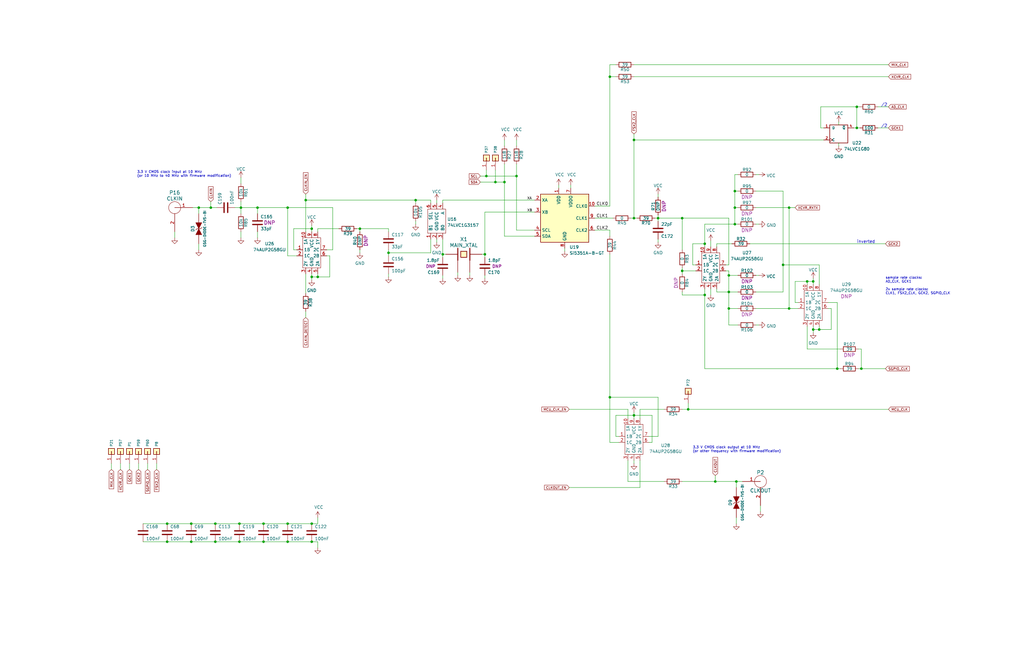
<source format=kicad_sch>
(kicad_sch (version 20211123) (generator eeschema)
  (paper "USLedger")
  (title_block (title "HackRF One") (date "2022-10-30") (rev "r9") (company "Copyright 2012-2022 Great Scott Gadgets") (comment 1 "Licensed under the CERN-OHL-P v2"))
  (junction (at 257.175 167.64))
  (junction (at 332.74 87.63))
  (junction (at 340.36 118.745))
  (junction (at 342.9 139.065))
  (junction (at 361.315 53.975))
  (junction (at 212.725 76.835))
  (junction (at 345.44 139.065))
  (junction (at 307.34 123.19))
  (junction (at 361.315 45.085))
  (junction (at 70.485 220.98))
  (junction (at 332.74 130.175))
  (junction (at 121.285 87.63))
  (junction (at 100.965 228.6))
  (junction (at 70.485 228.6))
  (junction (at 208.915 76.835))
  (junction (at 217.805 74.295))
  (junction (at 121.285 220.98))
  (junction (at 163.83 106.68))
  (junction (at 297.18 102.87))
  (junction (at 80.645 220.98))
  (junction (at 342.9 118.745))
  (junction (at 83.82 87.63))
  (junction (at 131.445 220.98))
  (junction (at 301.625 203.2))
  (junction (at 204.47 107.315))
  (junction (at 88.9 87.63))
  (junction (at 309.88 87.63))
  (junction (at 287.655 114.3))
  (junction (at 307.34 116.205))
  (junction (at 111.125 228.6))
  (junction (at 297.18 124.46))
  (junction (at 363.22 155.575))
  (junction (at 80.645 228.6))
  (junction (at 309.88 94.615))
  (junction (at 267.335 175.26))
  (junction (at 309.88 80.645))
  (junction (at 90.805 228.6))
  (junction (at 131.445 228.6))
  (junction (at 131.445 116.84))
  (junction (at 111.125 220.98))
  (junction (at 128.905 84.455))
  (junction (at 267.335 92.075))
  (junction (at 175.26 84.455))
  (junction (at 353.06 155.575))
  (junction (at 101.6 87.63))
  (junction (at 310.515 203.2))
  (junction (at 205.105 74.295))
  (junction (at 330.2 111.76))
  (junction (at 151.765 96.52))
  (junction (at 287.655 92.075))
  (junction (at 186.69 107.315))
  (junction (at 267.335 59.055))
  (junction (at 277.495 92.075))
  (junction (at 90.805 220.98))
  (junction (at 131.445 96.52))
  (junction (at 307.34 130.175))
  (junction (at 108.585 87.63))
  (junction (at 133.985 116.84))
  (junction (at 257.175 32.385))
  (junction (at 100.965 220.98))
  (junction (at 290.195 172.72))
  (junction (at 121.285 228.6))
  (wire (pts (xy 353.695 60.325) (xy 353.695 61.595)))
  (wire (pts (xy 163.83 116.84) (xy 163.83 115.57)))
  (wire (pts (xy 340.36 137.795) (xy 340.36 147.32)))
  (wire (pts (xy 274.955 175.26) (xy 267.335 175.26)))
  (wire (pts (xy 186.69 100.965) (xy 186.69 107.315)))
  (wire (pts (xy 342.9 137.795) (xy 342.9 139.065)))
  (wire (pts (xy 212.725 99.695) (xy 225.425 99.695)))
  (wire (pts (xy 335.28 118.745) (xy 335.28 127.635)))
  (wire (pts (xy 332.74 87.63) (xy 335.28 87.63)))
  (wire (pts (xy 274.955 186.69) (xy 274.955 175.26)))
  (wire (pts (xy 217.805 59.055) (xy 217.805 61.595)))
  (wire (pts (xy 202.565 74.295) (xy 205.105 74.295)))
  (wire (pts (xy 70.485 220.98) (xy 60.325 220.98)))
  (wire (pts (xy 302.26 102.87) (xy 308.61 102.87)))
  (wire (pts (xy 257.175 97.155) (xy 257.175 99.695)))
  (wire (pts (xy 259.715 184.15) (xy 260.985 184.15)))
  (wire (pts (xy 353.06 127.635) (xy 353.06 155.575)))
  (wire (pts (xy 83.82 90.17) (xy 83.82 87.63)))
  (wire (pts (xy 309.88 94.615) (xy 297.18 94.615)))
  (wire (pts (xy 307.34 111.76) (xy 307.34 92.075)))
  (wire (pts (xy 264.795 194.31) (xy 264.795 203.2)))
  (wire (pts (xy 46.99 195.58) (xy 46.99 198.12)))
  (wire (pts (xy 269.875 176.53) (xy 269.875 172.72)))
  (wire (pts (xy 90.805 228.6) (xy 100.965 228.6)))
  (wire (pts (xy 111.125 228.6) (xy 121.285 228.6)))
  (wire (pts (xy 299.72 121.92) (xy 299.72 124.46)))
  (wire (pts (xy 100.965 220.98) (xy 90.805 220.98)))
  (wire (pts (xy 186.69 107.315) (xy 187.96 107.315)))
  (wire (pts (xy 293.37 114.3) (xy 287.655 114.3)))
  (wire (pts (xy 101.6 87.63) (xy 101.6 90.17)))
  (wire (pts (xy 287.655 124.46) (xy 297.18 124.46)))
  (wire (pts (xy 225.425 89.535) (xy 204.47 89.535)))
  (wire (pts (xy 336.55 130.175) (xy 332.74 130.175)))
  (wire (pts (xy 250.825 97.155) (xy 257.175 97.155)))
  (wire (pts (xy 290.195 170.18) (xy 290.195 172.72)))
  (wire (pts (xy 131.445 96.52) (xy 131.445 95.25)))
  (wire (pts (xy 309.88 87.63) (xy 309.88 94.615)))
  (wire (pts (xy 335.28 127.635) (xy 336.55 127.635)))
  (wire (pts (xy 307.34 116.205) (xy 307.34 114.3)))
  (wire (pts (xy 250.825 86.995) (xy 257.175 86.995)))
  (wire (pts (xy 311.15 94.615) (xy 309.88 94.615)))
  (wire (pts (xy 297.18 94.615) (xy 297.18 102.87)))
  (wire (pts (xy 307.34 137.16) (xy 307.34 130.175)))
  (wire (pts (xy 287.655 115.57) (xy 287.655 114.3)))
  (wire (pts (xy 121.285 220.98) (xy 131.445 220.98)))
  (wire (pts (xy 267.335 92.075) (xy 268.605 92.075)))
  (wire (pts (xy 301.625 200.66) (xy 301.625 203.2)))
  (wire (pts (xy 131.445 116.84) (xy 133.985 116.84)))
  (wire (pts (xy 73.66 97.79) (xy 73.66 100.33)))
  (wire (pts (xy 203.2 107.315) (xy 204.47 107.315)))
  (wire (pts (xy 307.34 123.19) (xy 307.34 130.175)))
  (wire (pts (xy 131.445 118.11) (xy 131.445 116.84)))
  (wire (pts (xy 311.15 73.66) (xy 309.88 73.66)))
  (wire (pts (xy 370.205 45.085) (xy 374.65 45.085)))
  (wire (pts (xy 137.795 105.41) (xy 140.335 105.41)))
  (wire (pts (xy 238.125 104.775) (xy 238.125 106.045)))
  (wire (pts (xy 277.495 100.965) (xy 277.495 102.235)))
  (wire (pts (xy 346.075 53.975) (xy 347.345 53.975)))
  (wire (pts (xy 287.655 92.075) (xy 277.495 92.075)))
  (wire (pts (xy 151.765 96.52) (xy 151.765 97.79)))
  (wire (pts (xy 202.565 76.835) (xy 208.915 76.835)))
  (wire (pts (xy 318.77 130.175) (xy 332.74 130.175)))
  (wire (pts (xy 277.495 92.075) (xy 277.495 93.345)))
  (wire (pts (xy 318.77 73.66) (xy 320.04 73.66)))
  (wire (pts (xy 121.285 228.6) (xy 131.445 228.6)))
  (wire (pts (xy 277.495 167.64) (xy 277.495 184.15)))
  (wire (pts (xy 139.065 116.84) (xy 139.065 107.95)))
  (wire (pts (xy 307.34 92.075) (xy 287.655 92.075)))
  (wire (pts (xy 302.26 104.14) (xy 302.26 102.87)))
  (wire (pts (xy 240.03 205.74) (xy 269.875 205.74)))
  (wire (pts (xy 217.805 69.215) (xy 217.805 74.295)))
  (wire (pts (xy 302.26 123.19) (xy 307.34 123.19)))
  (wire (pts (xy 257.175 32.385) (xy 257.175 86.995)))
  (wire (pts (xy 99.06 87.63) (xy 101.6 87.63)))
  (wire (pts (xy 151.765 105.41) (xy 151.765 106.68)))
  (wire (pts (xy 307.34 114.3) (xy 306.07 114.3)))
  (wire (pts (xy 88.9 87.63) (xy 88.9 85.09)))
  (wire (pts (xy 125.095 107.95) (xy 121.285 107.95)))
  (wire (pts (xy 163.83 105.41) (xy 163.83 106.68)))
  (wire (pts (xy 267.335 92.075) (xy 267.335 59.055)))
  (wire (pts (xy 345.44 111.76) (xy 330.2 111.76)))
  (wire (pts (xy 140.335 87.63) (xy 121.285 87.63)))
  (wire (pts (xy 128.905 84.455) (xy 128.905 97.79)))
  (wire (pts (xy 269.875 194.31) (xy 269.875 205.74)))
  (wire (pts (xy 123.825 105.41) (xy 125.095 105.41)))
  (wire (pts (xy 330.2 123.19) (xy 318.77 123.19)))
  (wire (pts (xy 133.985 228.6) (xy 133.985 231.14)))
  (wire (pts (xy 91.44 87.63) (xy 88.9 87.63)))
  (wire (pts (xy 163.83 106.68) (xy 181.61 106.68)))
  (wire (pts (xy 287.655 203.2) (xy 301.625 203.2)))
  (wire (pts (xy 217.805 97.155) (xy 225.425 97.155)))
  (wire (pts (xy 361.315 53.975) (xy 362.585 53.975)))
  (wire (pts (xy 133.985 97.79) (xy 133.985 96.52)))
  (wire (pts (xy 287.655 105.41) (xy 287.655 92.075)))
  (wire (pts (xy 131.445 220.98) (xy 133.985 220.98)))
  (wire (pts (xy 267.335 175.26) (xy 267.335 173.99)))
  (wire (pts (xy 309.88 73.66) (xy 309.88 80.645)))
  (wire (pts (xy 133.985 116.84) (xy 139.065 116.84)))
  (wire (pts (xy 133.985 96.52) (xy 142.875 96.52)))
  (wire (pts (xy 349.25 127.635) (xy 353.06 127.635)))
  (wire (pts (xy 307.34 116.205) (xy 311.15 116.205)))
  (wire (pts (xy 267.335 176.53) (xy 267.335 175.26)))
  (wire (pts (xy 309.88 80.645) (xy 311.15 80.645)))
  (wire (pts (xy 276.225 92.075) (xy 277.495 92.075)))
  (wire (pts (xy 123.825 96.52) (xy 123.825 105.41)))
  (wire (pts (xy 342.9 120.015) (xy 342.9 118.745)))
  (wire (pts (xy 184.15 85.725) (xy 184.15 84.455)))
  (wire (pts (xy 297.18 102.87) (xy 297.18 104.14)))
  (wire (pts (xy 370.205 53.975) (xy 374.65 53.975)))
  (wire (pts (xy 90.805 220.98) (xy 80.645 220.98)))
  (wire (pts (xy 58.42 195.58) (xy 58.42 198.12)))
  (wire (pts (xy 302.26 121.92) (xy 302.26 123.19)))
  (wire (pts (xy 257.175 186.69) (xy 257.175 167.64)))
  (wire (pts (xy 184.15 100.965) (xy 184.15 102.235)))
  (wire (pts (xy 277.495 184.15) (xy 273.685 184.15)))
  (wire (pts (xy 292.1 111.76) (xy 293.37 111.76)))
  (wire (pts (xy 287.655 172.72) (xy 290.195 172.72)))
  (wire (pts (xy 267.335 32.385) (xy 374.65 32.385)))
  (wire (pts (xy 311.15 137.16) (xy 307.34 137.16)))
  (wire (pts (xy 292.1 102.87) (xy 292.1 111.76)))
  (wire (pts (xy 260.985 186.69) (xy 257.175 186.69)))
  (wire (pts (xy 80.645 228.6) (xy 90.805 228.6)))
  (wire (pts (xy 193.04 116.205) (xy 193.04 114.935)))
  (wire (pts (xy 267.335 56.515) (xy 267.335 59.055)))
  (wire (pts (xy 273.685 186.69) (xy 274.955 186.69)))
  (wire (pts (xy 151.765 96.52) (xy 163.83 96.52)))
  (wire (pts (xy 66.04 195.58) (xy 66.04 198.12)))
  (wire (pts (xy 257.175 27.305) (xy 259.715 27.305)))
  (wire (pts (xy 307.34 123.19) (xy 311.15 123.19)))
  (wire (pts (xy 267.335 175.26) (xy 259.715 175.26)))
  (wire (pts (xy 345.44 120.015) (xy 345.44 111.76)))
  (wire (pts (xy 101.6 97.79) (xy 101.6 100.33)))
  (wire (pts (xy 340.36 118.745) (xy 340.36 120.015)))
  (wire (pts (xy 80.645 220.98) (xy 70.485 220.98)))
  (wire (pts (xy 100.965 220.98) (xy 111.125 220.98)))
  (wire (pts (xy 311.15 130.175) (xy 307.34 130.175)))
  (wire (pts (xy 204.47 89.535) (xy 204.47 107.315)))
  (wire (pts (xy 363.22 155.575) (xy 373.38 155.575)))
  (wire (pts (xy 101.6 87.63) (xy 108.585 87.63)))
  (wire (pts (xy 181.61 106.68) (xy 181.61 100.965)))
  (wire (pts (xy 133.985 115.57) (xy 133.985 116.84)))
  (wire (pts (xy 361.95 155.575) (xy 363.22 155.575)))
  (wire (pts (xy 277.495 83.185) (xy 277.495 81.915)))
  (wire (pts (xy 267.335 27.305) (xy 374.65 27.305)))
  (wire (pts (xy 330.2 80.645) (xy 318.77 80.645)))
  (wire (pts (xy 330.2 111.76) (xy 330.2 123.19)))
  (wire (pts (xy 111.125 220.98) (xy 121.285 220.98)))
  (wire (pts (xy 208.915 71.755) (xy 208.915 76.835)))
  (wire (pts (xy 250.825 92.075) (xy 258.445 92.075)))
  (wire (pts (xy 257.175 27.305) (xy 257.175 32.385)))
  (wire (pts (xy 205.105 74.295) (xy 217.805 74.295)))
  (wire (pts (xy 101.6 85.09) (xy 101.6 87.63)))
  (wire (pts (xy 131.445 228.6) (xy 133.985 228.6)))
  (wire (pts (xy 310.515 205.74) (xy 310.515 203.2)))
  (wire (pts (xy 128.905 115.57) (xy 128.905 123.825)))
  (wire (pts (xy 361.315 53.975) (xy 360.045 53.975)))
  (wire (pts (xy 257.175 107.315) (xy 257.175 167.64)))
  (wire (pts (xy 235.585 79.375) (xy 235.585 78.105)))
  (wire (pts (xy 342.9 118.745) (xy 340.36 118.745)))
  (wire (pts (xy 345.44 139.065) (xy 350.52 139.065)))
  (wire (pts (xy 361.315 45.085) (xy 362.585 45.085)))
  (wire (pts (xy 310.515 220.98) (xy 310.515 218.44)))
  (wire (pts (xy 175.26 94.615) (xy 175.26 93.345)))
  (wire (pts (xy 212.725 76.835) (xy 212.725 99.695)))
  (wire (pts (xy 361.95 147.32) (xy 363.22 147.32)))
  (wire (pts (xy 318.77 116.205) (xy 320.04 116.205)))
  (wire (pts (xy 297.18 155.575) (xy 297.18 124.46)))
  (wire (pts (xy 259.715 175.26) (xy 259.715 184.15)))
  (wire (pts (xy 353.695 51.435) (xy 353.695 52.705)))
  (wire (pts (xy 345.44 137.795) (xy 345.44 139.065)))
  (wire (pts (xy 320.675 213.36) (xy 320.675 215.9)))
  (wire (pts (xy 175.26 84.455) (xy 181.61 84.455)))
  (wire (pts (xy 318.77 87.63) (xy 332.74 87.63)))
  (wire (pts (xy 139.065 107.95) (xy 137.795 107.95)))
  (wire (pts (xy 128.905 133.985) (xy 128.905 131.445)))
  (wire (pts (xy 342.9 118.745) (xy 342.9 117.475)))
  (wire (pts (xy 306.07 111.76) (xy 307.34 111.76)))
  (wire (pts (xy 257.175 167.64) (xy 277.495 167.64)))
  (wire (pts (xy 70.485 228.6) (xy 80.645 228.6)))
  (wire (pts (xy 277.495 90.805) (xy 277.495 92.075)))
  (wire (pts (xy 186.69 116.205) (xy 186.69 117.475)))
  (wire (pts (xy 301.625 203.2) (xy 310.515 203.2)))
  (wire (pts (xy 212.725 59.055) (xy 212.725 61.595)))
  (wire (pts (xy 340.36 118.745) (xy 335.28 118.745)))
  (wire (pts (xy 361.315 45.085) (xy 361.315 53.975)))
  (wire (pts (xy 267.335 194.31) (xy 267.335 195.58)))
  (wire (pts (xy 150.495 96.52) (xy 151.765 96.52)))
  (wire (pts (xy 100.965 228.6) (xy 111.125 228.6)))
  (wire (pts (xy 123.825 96.52) (xy 131.445 96.52)))
  (wire (pts (xy 350.52 139.065) (xy 350.52 130.175)))
  (wire (pts (xy 342.9 140.335) (xy 342.9 139.065)))
  (wire (pts (xy 318.77 94.615) (xy 320.04 94.615)))
  (wire (pts (xy 309.88 80.645) (xy 309.88 87.63)))
  (wire (pts (xy 186.69 84.455) (xy 186.69 85.725)))
  (wire (pts (xy 267.335 59.055) (xy 347.345 59.055)))
  (wire (pts (xy 264.795 203.2) (xy 280.035 203.2)))
  (wire (pts (xy 353.06 155.575) (xy 297.18 155.575)))
  (wire (pts (xy 205.105 71.755) (xy 205.105 74.295)))
  (wire (pts (xy 350.52 130.175) (xy 349.25 130.175)))
  (wire (pts (xy 297.18 121.92) (xy 297.18 124.46)))
  (wire (pts (xy 140.335 105.41) (xy 140.335 87.63)))
  (wire (pts (xy 186.69 84.455) (xy 225.425 84.455)))
  (wire (pts (xy 175.26 85.725) (xy 175.26 84.455)))
  (wire (pts (xy 83.82 105.41) (xy 83.82 102.87)))
  (wire (pts (xy 101.6 74.93) (xy 101.6 77.47)))
  (wire (pts (xy 60.325 228.6) (xy 70.485 228.6)))
  (wire (pts (xy 316.23 102.87) (xy 373.38 102.87)))
  (wire (pts (xy 54.61 195.58) (xy 54.61 198.12)))
  (wire (pts (xy 320.04 137.16) (xy 318.77 137.16)))
  (wire (pts (xy 240.665 79.375) (xy 240.665 78.105)))
  (wire (pts (xy 240.03 172.72) (xy 264.795 172.72)))
  (wire (pts (xy 208.915 76.835) (xy 212.725 76.835)))
  (wire (pts (xy 332.74 87.63) (xy 332.74 130.175)))
  (wire (pts (xy 128.905 84.455) (xy 175.26 84.455)))
  (wire (pts (xy 287.655 123.19) (xy 287.655 124.46)))
  (wire (pts (xy 264.795 176.53) (xy 264.795 172.72)))
  (wire (pts (xy 266.065 92.075) (xy 267.335 92.075)))
  (wire (pts (xy 217.805 74.295) (xy 217.805 97.155)))
  (wire (pts (xy 108.585 87.63) (xy 121.285 87.63)))
  (wire (pts (xy 290.195 172.72) (xy 374.65 172.72)))
  (wire (pts (xy 108.585 90.17) (xy 108.585 87.63)))
  (wire (pts (xy 204.47 107.315) (xy 204.47 108.585)))
  (wire (pts (xy 340.36 147.32) (xy 354.33 147.32)))
  (wire (pts (xy 363.22 147.32) (xy 363.22 155.575)))
  (wire (pts (xy 342.9 139.065) (xy 345.44 139.065)))
  (wire (pts (xy 346.075 53.975) (xy 346.075 45.085)))
  (wire (pts (xy 83.82 87.63) (xy 88.9 87.63)))
  (wire (pts (xy 299.72 101.6) (xy 299.72 104.14)))
  (wire (pts (xy 212.725 69.215) (xy 212.725 76.835)))
  (wire (pts (xy 269.875 172.72) (xy 280.035 172.72)))
  (wire (pts (xy 354.33 155.575) (xy 353.06 155.575)))
  (wire (pts (xy 128.905 81.915) (xy 128.905 84.455)))
  (wire (pts (xy 204.47 117.475) (xy 204.47 116.205)))
  (wire (pts (xy 131.445 115.57) (xy 131.445 116.84)))
  (wire (pts (xy 163.83 106.68) (xy 163.83 107.95)))
  (wire (pts (xy 108.585 97.79) (xy 108.585 100.33)))
  (wire (pts (xy 297.18 102.87) (xy 292.1 102.87)))
  (wire (pts (xy 131.445 97.79) (xy 131.445 96.52)))
  (wire (pts (xy 186.69 108.585) (xy 186.69 107.315)))
  (wire (pts (xy 309.88 87.63) (xy 311.15 87.63)))
  (wire (pts (xy 121.285 87.63) (xy 121.285 107.95)))
  (wire (pts (xy 62.23 198.12) (xy 62.23 195.58)))
  (wire (pts (xy 198.12 114.935) (xy 198.12 116.205)))
  (wire (pts (xy 346.075 45.085) (xy 361.315 45.085)))
  (wire (pts (xy 163.83 96.52) (xy 163.83 97.79)))
  (wire (pts (xy 330.2 111.76) (xy 330.2 80.645)))
  (wire (pts (xy 133.985 220.98) (xy 133.985 218.44)))
  (wire (pts (xy 307.34 123.19) (xy 307.34 116.205)))
  (wire (pts (xy 310.515 203.2) (xy 313.055 203.2)))
  (wire (pts (xy 50.8 195.58) (xy 50.8 198.12)))
  (wire (pts (xy 257.175 32.385) (xy 259.715 32.385)))
  (wire (pts (xy 81.28 87.63) (xy 83.82 87.63)))
  (wire (pts (xy 181.61 84.455) (xy 181.61 85.725)))
  (wire (pts (xy 287.655 113.03) (xy 287.655 114.3)))
  (text "/2" (at 371.475 53.975 0) (effects (font (size 1.27 1.27)) (justify left bottom)))
  (text "inverted" (at 361.315 102.87 0) (effects (font (size 1.27 1.27)) (justify left bottom)))
  (text "3.3 V CMOS clock input at 10 MHz\n(or 10 MHz to 40 MHz with firmware modification)" (at 57.785 74.93 0) (effects (font (size 1.016 1.016)) (justify left bottom)))
  (text "sample rate clocks:\nAD_CLK, GCK1\n\n2x sample rate clocks:\nCLK1, FSX2_CLK, GCK2, SGPIO_CLK" (at 373.38 124.46 0) (effects (font (size 1.016 1.016)) (justify left bottom)))
  (text "/2" (at 371.475 45.085 0) (effects (font (size 1.27 1.27)) (justify left bottom)))
  (text "3.3 V CMOS clock output at 10 MHz\n(or other frequency with firmware modification)" (at 292.1 191.135 0) (effects (font (size 1.016 1.016)) (justify left bottom)))
  (label "CLK0" (at 251.46 86.995 0))
  (label "CLK1" (at 251.46 92.075 0))
  (label "CLK2" (at 251.46 97.155 0))
  (label "XA" (at 222.25 84.455 0) (effects (font (size 1.016 1.016))))
  (label "XB" (at 222.25 89.535 0) (effects (font (size 1.016 1.016))))
  (global_label "GCK1" (shape input) (at 54.61 198.12 270) (effects (font (size 1.016 1.016))) (property "Intersheet References" "${INTERSHEET_REFS}" (effects hide)))
  (global_label "XCVR_CLK" (shape input) (at 374.65 32.385 0) (effects (font (size 1.016 1.016))) (property "Intersheet References" "${INTERSHEET_REFS}" (effects hide)))
  (global_label "FSX2_CLK" (shape input) (at 66.04 198.12 270) (effects (font (size 1.016 1.016))) (property "Intersheet References" "${INTERSHEET_REFS}" (effects hide)))
  (global_label "SCL" (shape input) (at 202.565 74.295 180) (effects (font (size 1.016 1.016))) (property "Intersheet References" "${INTERSHEET_REFS}" (effects hide)))
  (global_label "CLKIN_EN" (shape input) (at 128.905 81.915 90) (effects (font (size 1.016 1.016))) (property "Intersheet References" "${INTERSHEET_REFS}" (effects hide)))
  (global_label "MIX_CLK" (shape input) (at 374.65 27.305 0) (effects (font (size 1.016 1.016))) (property "Intersheet References" "${INTERSHEET_REFS}" (effects hide)))
  (global_label "GCK2" (shape input) (at 58.42 198.12 270) (effects (font (size 1.016 1.016))) (property "Intersheet References" "${INTERSHEET_REFS}" (effects hide)))
  (global_label "SDA" (shape input) (at 202.565 76.835 180) (effects (font (size 1.016 1.016))) (property "Intersheet References" "${INTERSHEET_REFS}" (effects hide)))
  (global_label "AD_CLK" (shape input) (at 374.65 45.085 0) (effects (font (size 1.016 1.016))) (property "Intersheet References" "${INTERSHEET_REFS}" (effects hide)))
  (global_label "CLKIN_DETECT" (shape input) (at 128.905 133.985 270) (effects (font (size 1.016 1.016))) (property "Intersheet References" "${INTERSHEET_REFS}" (effects hide)))
  (global_label "CLKOUT_EN" (shape input) (at 240.03 205.74 180) (effects (font (size 1.016 1.016))) (property "Intersheet References" "${INTERSHEET_REFS}" (effects hide)))
  (global_label "MIX_CLK" (shape input) (at 46.99 198.12 270) (effects (font (size 1.016 1.016))) (property "Intersheet References" "${INTERSHEET_REFS}" (effects hide)))
  (global_label "MCU_CLK_EN" (shape input) (at 240.03 172.72 180) (effects (font (size 1.016 1.016))) (property "Intersheet References" "${INTERSHEET_REFS}" (effects hide)))
  (global_label "SGPIO_CLK" (shape input) (at 373.38 155.575 0) (effects (font (size 1.016 1.016))) (property "Intersheet References" "${INTERSHEET_REFS}" (effects hide)))
  (global_label "CLKOUT" (shape input) (at 301.625 200.66 90) (effects (font (size 1.016 1.016))) (property "Intersheet References" "${INTERSHEET_REFS}" (effects hide)))
  (global_label "CLKIN" (shape input) (at 88.9 85.09 90) (effects (font (size 1.016 1.016))) (property "Intersheet References" "${INTERSHEET_REFS}" (effects hide)))
  (global_label "XCVR_RXTX" (shape input) (at 335.28 87.63 0) (effects (font (size 1.016 1.016))) (property "Intersheet References" "${INTERSHEET_REFS}" (effects hide)))
  (global_label "MCU_CLK" (shape input) (at 374.65 172.72 0) (effects (font (size 1.016 1.016))) (property "Intersheet References" "${INTERSHEET_REFS}" (effects hide)))
  (global_label "FSX2_CLK" (shape input) (at 267.335 56.515 90) (effects (font (size 1.016 1.016))) (property "Intersheet References" "${INTERSHEET_REFS}" (effects hide)))
  (global_label "SGPIO_CLK" (shape input) (at 62.23 198.12 270) (effects (font (size 1.016 1.016))) (property "Intersheet References" "${INTERSHEET_REFS}" (effects hide)))
  (global_label "GCK1" (shape input) (at 374.65 53.975 0) (effects (font (size 1.016 1.016))) (property "Intersheet References" "${INTERSHEET_REFS}" (effects hide)))
  (global_label "XCVR_CLK" (shape input) (at 50.8 198.12 270) (effects (font (size 1.016 1.016))) (property "Intersheet References" "${INTERSHEET_REFS}" (effects hide)))
  (global_label "GCK2" (shape input) (at 373.38 102.87 0) (effects (font (size 1.016 1.016))) (property "Intersheet References" "${INTERSHEET_REFS}" (effects hide)))
  (symbol (lib_id "Device:R") (at 212.725 65.405 0) (unit 1)
    (property "Reference" "R27" (at 214.757 65.405 90))
    (property "Value" "1k8" (at 212.725 65.405 90))
    (property "Footprint" "hackrf:GSG-0402" (effects hide))
    (property "Manufacturer" "Stackpole" (effects hide))
    (property "Part Number" "RMCF0402JT1K80" (effects hide))
    (property "Description" "RES TF 1.8K OHM 5% 1/16W 0402" (effects hide))
  )
  (symbol (lib_id "hackrf:GSG-XTAL4PIN") (at 195.58 107.315 0) (unit 1)
    (property "Reference" "X1" (at 195.58 100.965 0) (effects (font (size 1.524 1.524))))
    (property "Value" "MAIN_XTAL" (at 195.58 103.505 0) (effects (font (size 1.524 1.524))))
    (property "Footprint" "hackrf:GSG-XTAL3.2x2.5mm" (effects hide))
    (property "Manufacturer" "Raltron" (effects hide))
    (property "Part Number" "RH100-25.000-12-F-1010-TR" (effects hide))
    (property "Description" "CRYSTAL 25.0000MHZ 12PF SMD" (effects hide))
  )
  (symbol (lib_id "power:GND") (at 198.12 116.205 0) (unit 1)
    (property "Reference" "#PWR0128" (effects hide))
    (property "Value" "GND" (effects hide))
  )
  (symbol (lib_id "power:GND") (at 193.04 116.205 0) (unit 1)
    (property "Reference" "#PWR0127" (effects hide))
    (property "Value" "GND" (effects hide))
  )
  (symbol (lib_id "hackrf:GSG-RF-CONN") (at 73.66 87.63 0) (unit 1)
    (property "Reference" "P16" (at 73.66 81.28 0) (effects (font (size 1.524 1.524))))
    (property "Value" "CLKIN" (at 73.66 83.82 0) (effects (font (size 1.524 1.524))))
    (property "Footprint" "hackrf:GSG-SMA-73251-2120" (effects hide))
    (property "Manufacturer" "Molex" (effects hide))
    (property "Part Number" "73251-2121" (effects hide))
    (property "Description" "CONN SMA JACK 50 OHM EDGE MNT W/JAM NUT & LOCK WASHER" (effects hide))
  )
  (symbol (lib_id "power:GND") (at 73.66 100.33 0) (unit 1)
    (property "Reference" "#PWR0126" (effects hide))
    (property "Value" "GND" (effects hide))
  )
  (symbol (lib_id "power:GND") (at 133.985 231.14 0) (unit 1)
    (property "Reference" "#PWR0121" (effects hide))
    (property "Value" "GND" (effects hide))
  )
  (symbol (lib_id "Device:C") (at 90.805 224.79 0) (unit 1)
    (property "Reference" "C113" (at 92.075 222.25 0) (effects (justify left)))
    (property "Value" "100nF" (at 92.075 227.33 0) (effects (justify left)))
    (property "Footprint" "hackrf:GSG-0402" (effects hide))
    (property "Manufacturer" "Samsung" (effects hide))
    (property "Part Number" "CL05A104KA5NNNC" (effects hide))
    (property "Description" "CAP CER 0.1UF 25V X5R 0402" (effects hide))
  )
  (symbol (lib_id "Device:C") (at 100.965 224.79 0) (unit 1)
    (property "Reference" "C119" (at 102.235 222.25 0) (effects (justify left)))
    (property "Value" "100nF" (at 102.235 227.33 0) (effects (justify left)))
    (property "Footprint" "hackrf:GSG-0402" (effects hide))
    (property "Manufacturer" "Samsung" (effects hide))
    (property "Part Number" "CL05A104KA5NNNC" (effects hide))
    (property "Description" "CAP CER 0.1UF 25V X5R 0402" (effects hide))
  )
  (symbol (lib_id "Device:C") (at 111.125 224.79 0) (unit 1)
    (property "Reference" "C120" (at 112.395 222.25 0) (effects (justify left)))
    (property "Value" "100nF" (at 112.395 227.33 0) (effects (justify left)))
    (property "Footprint" "hackrf:GSG-0402" (effects hide))
    (property "Manufacturer" "Samsung" (effects hide))
    (property "Part Number" "CL05A104KA5NNNC" (effects hide))
    (property "Description" "CAP CER 0.1UF 25V X5R 0402" (effects hide))
  )
  (symbol (lib_id "Device:C") (at 121.285 224.79 0) (unit 1)
    (property "Reference" "C121" (at 122.555 222.25 0) (effects (justify left)))
    (property "Value" "100nF" (at 122.555 227.33 0) (effects (justify left)))
    (property "Footprint" "hackrf:GSG-0402" (effects hide))
    (property "Manufacturer" "Samsung" (effects hide))
    (property "Part Number" "CL05A104KA5NNNC" (effects hide))
    (property "Description" "CAP CER 0.1UF 25V X5R 0402" (effects hide))
  )
  (symbol (lib_id "Device:C") (at 131.445 224.79 0) (unit 1)
    (property "Reference" "C122" (at 132.715 222.25 0) (effects (justify left)))
    (property "Value" "100nF" (at 132.715 227.33 0) (effects (justify left)))
    (property "Footprint" "hackrf:GSG-0402" (effects hide))
    (property "Manufacturer" "Samsung" (effects hide))
    (property "Part Number" "CL05A104KA5NNNC" (effects hide))
    (property "Description" "CAP CER 0.1UF 25V X5R 0402" (effects hide))
  )
  (symbol (lib_id "Device:R") (at 175.26 89.535 0) (unit 1)
    (property "Reference" "R105" (at 177.292 89.535 90))
    (property "Value" "10k" (at 175.26 89.535 90))
    (property "Footprint" "hackrf:GSG-0402" (effects hide))
    (property "Manufacturer" "Stackpole" (effects hide))
    (property "Part Number" "RMCF0402JT10K0" (effects hide))
    (property "Description" "RES 10K OHM 1/16W 5% 0402 SMD" (effects hide))
  )
  (symbol (lib_id "power:GND") (at 320.675 215.9 0) (unit 1)
    (property "Reference" "#PWR093" (effects hide))
    (property "Value" "GND" (effects hide))
  )
  (symbol (lib_id "hackrf:GSG-RF-CONN") (at 320.675 203.2 0) (mirror y) (unit 1)
    (property "Reference" "P2" (at 320.675 199.39 0) (effects (font (size 1.524 1.524))))
    (property "Value" "CLKOUT" (at 320.675 207.01 0) (effects (font (size 1.524 1.524))))
    (property "Footprint" "hackrf:GSG-SMA-73251-2120" (effects hide))
    (property "Manufacturer" "Molex" (effects hide))
    (property "Part Number" "73251-2121" (effects hide))
    (property "Description" "CONN SMA JACK 50 OHM EDGE MNT W/JAM NUT & LOCK WASHER" (effects hide))
  )
  (symbol (lib_id "Connector_Generic:Conn_01x01") (at 205.105 66.675 90) (unit 1)
    (property "Reference" "P37" (at 205.105 64.643 0) (effects (font (size 1.016 1.016)) (justify left)))
    (property "Value" "SCL" (effects hide))
    (property "Footprint" "hackrf:GSG-TESTPOINT-50MIL" (effects hide))
    (property "DNP" "DNP" (effects hide))
  )
  (symbol (lib_id "Connector_Generic:Conn_01x01") (at 208.915 66.675 90) (unit 1)
    (property "Reference" "P38" (at 208.915 64.643 0) (effects (font (size 1.016 1.016)) (justify left)))
    (property "Value" "SDA" (effects hide))
    (property "Footprint" "hackrf:GSG-TESTPOINT-50MIL" (effects hide))
    (property "DNP" "DNP" (effects hide))
  )
  (symbol (lib_id "Device:R") (at 101.6 93.98 0) (unit 1)
    (property "Reference" "R85" (at 103.632 93.98 90))
    (property "Value" "10k" (at 101.6 93.98 90))
    (property "Footprint" "hackrf:GSG-0402" (effects hide))
    (property "Manufacturer" "Stackpole" (effects hide))
    (property "Part Number" "RMCF0402JT10K0" (effects hide))
    (property "Description" "RES 10K OHM 1/16W 5% 0402 SMD" (effects hide))
  )
  (symbol (lib_id "power:GND") (at 101.6 100.33 0) (unit 1)
    (property "Reference" "#PWR092" (effects hide))
    (property "Value" "GND" (effects hide))
  )
  (symbol (lib_id "Device:R") (at 217.805 65.405 0) (unit 1)
    (property "Reference" "R28" (at 219.837 65.405 90))
    (property "Value" "1k8" (at 217.805 65.405 90))
    (property "Footprint" "hackrf:GSG-0402" (effects hide))
    (property "Manufacturer" "Stackpole" (effects hide))
    (property "Part Number" "RMCF0402JT1K80" (effects hide))
    (property "Description" "RES TF 1.8K OHM 5% 1/16W 0402" (effects hide))
  )
  (symbol (lib_id "Device:R") (at 358.14 155.575 270) (mirror x) (unit 1)
    (property "Reference" "R94" (at 358.14 153.543 90))
    (property "Value" "39" (at 358.14 155.575 90))
    (property "Footprint" "hackrf:GSG-0402" (effects hide))
    (property "Manufacturer" "Stackpole" (effects hide))
    (property "Part Number" "RMCF0402JT39R0" (effects hide))
    (property "Description" "RES 39 OHM 1/16W 5% 0402 SMD" (effects hide))
  )
  (symbol (lib_id "Device:R") (at 283.845 203.2 270) (unit 1)
    (property "Reference" "R33" (at 283.845 205.232 90))
    (property "Value" "39" (at 283.845 203.2 90))
    (property "Footprint" "hackrf:GSG-0402" (effects hide))
    (property "Manufacturer" "Stackpole" (effects hide))
    (property "Part Number" "RMCF0402JT39R0" (effects hide))
    (property "Description" "RES 39 OHM 1/16W 5% 0402 SMD" (effects hide))
  )
  (symbol (lib_id "hackrf:GSG-DIODE-TVS-BI") (at 310.515 212.09 90) (unit 1)
    (property "Reference" "D9" (at 307.975 212.09 0))
    (property "Value" "GSG-DIODE-TVS-BI" (at 313.055 212.09 0) (effects (font (size 1.016 1.016))))
    (property "Footprint" "hackrf:GSG-0402" (effects hide))
    (property "Manufacturer" "Murata" (effects hide))
    (property "Part Number" "LXES15AAA1-100" (effects hide))
    (property "Description" "TVS DIODE ESD .05PF 15KV 0402" (effects hide))
  )
  (symbol (lib_id "power:GND") (at 310.515 220.98 0) (unit 1)
    (property "Reference" "#PWR0171" (effects hide))
    (property "Value" "GND" (effects hide))
  )
  (symbol (lib_id "hackrf:GSG-DIODE-TVS-BI") (at 83.82 96.52 90) (unit 1)
    (property "Reference" "D3" (at 81.28 96.52 0))
    (property "Value" "GSG-DIODE-TVS-BI" (at 86.36 96.52 0) (effects (font (size 1.016 1.016))))
    (property "Footprint" "hackrf:GSG-0402" (effects hide))
    (property "Manufacturer" "Murata" (effects hide))
    (property "Part Number" "LXES15AAA1-100" (effects hide))
    (property "Description" "TVS DIODE ESD .05PF 15KV 0402" (effects hide))
  )
  (symbol (lib_id "power:GND") (at 83.82 105.41 0) (unit 1)
    (property "Reference" "#PWR0172" (effects hide))
    (property "Value" "GND" (effects hide))
  )
  (symbol (lib_id "Device:R") (at 312.42 102.87 270) (mirror x) (unit 1)
    (property "Reference" "R32" (at 312.42 100.838 90))
    (property "Value" "39" (at 312.42 102.87 90))
    (property "Footprint" "hackrf:GSG-0402" (effects hide))
    (property "Manufacturer" "Stackpole" (effects hide))
    (property "Part Number" "RMCF0402JT39R0" (effects hide))
    (property "Description" "RES 39 OHM 1/16W 5% 0402 SMD" (effects hide))
  )
  (symbol (lib_id "Device:R") (at 366.395 53.975 270) (unit 1)
    (property "Reference" "R31" (at 366.395 56.007 90))
    (property "Value" "100" (at 366.395 53.975 90))
    (property "Footprint" "hackrf:GSG-0402" (effects hide))
    (property "Manufacturer" "Yageo" (effects hide))
    (property "Part Number" "RC0402JR-07100RL" (effects hide))
    (property "Description" "RES 100 OHM 5% 1/16W 0402" (effects hide))
  )
  (symbol (lib_id "Device:C") (at 186.69 112.395 180) (unit 1)
    (property "Reference" "C169" (at 185.42 114.935 0) (effects (justify left)))
    (property "Value" "1.8pF" (at 185.42 109.855 0) (effects (justify left)))
    (property "Footprint" "hackrf:GSG-0402" (effects hide))
    (property "DNP" "DNP" (at 181.61 112.395 0))
  )
  (symbol (lib_id "Device:C") (at 204.47 112.395 0) (mirror x) (unit 1)
    (property "Reference" "C170" (at 205.74 114.935 0) (effects (justify left)))
    (property "Value" "1.8pF" (at 205.74 109.855 0) (effects (justify left)))
    (property "Footprint" "hackrf:GSG-0402" (effects hide))
    (property "DNP" "DNP" (at 209.55 112.395 0))
  )
  (symbol (lib_id "power:GND") (at 186.69 117.475 0) (mirror y) (unit 1)
    (property "Reference" "#PWR0187" (effects hide))
    (property "Value" "GND" (effects hide))
  )
  (symbol (lib_id "power:GND") (at 204.47 117.475 0) (mirror y) (unit 1)
    (property "Reference" "#PWR0188" (effects hide))
    (property "Value" "GND" (effects hide))
  )
  (symbol (lib_id "power:VCC") (at 235.585 78.105 0) (unit 1)
    (property "Reference" "#PWR0203" (effects hide))
    (property "Value" "VCC" (at 236.0168 73.7108 0))
  )
  (symbol (lib_id "power:VCC") (at 217.805 59.055 0) (unit 1)
    (property "Reference" "#PWR0221" (effects hide))
    (property "Value" "VCC" (at 218.2368 54.6608 0))
  )
  (symbol (lib_id "power:VCC") (at 212.725 59.055 0) (unit 1)
    (property "Reference" "#PWR0227" (effects hide))
    (property "Value" "VCC" (at 213.1568 54.6608 0))
  )
  (symbol (lib_id "power:VCC") (at 133.985 218.44 0) (unit 1)
    (property "Reference" "#PWR0240" (effects hide))
    (property "Value" "VCC" (at 134.4168 214.0458 0))
  )
  (symbol (lib_id "power:GND") (at 108.585 100.33 0) (unit 1)
    (property "Reference" "#PWR0130" (effects hide))
    (property "Value" "GND" (effects hide))
  )
  (symbol (lib_id "Device:R") (at 314.96 80.645 90) (unit 1)
    (property "Reference" "R95" (at 314.96 78.613 90))
    (property "Value" "0" (at 314.96 80.645 90))
    (property "Footprint" "hackrf:GSG-0402" (effects hide))
    (property "Manufacturer" "Stackpole" (effects hide))
    (property "Part Number" "RMCF0402ZT0R00" (effects hide))
    (property "Description" "RES 0.0 OHM 1/16W 0402 SMD" (effects hide))
    (property "DNP" "DNP" (at 314.96 83.185 90) (effects (font (size 1.524 1.524))))
  )
  (symbol (lib_id "Device:R") (at 272.415 92.075 270) (unit 1)
    (property "Reference" "R70" (at 272.415 94.107 90))
    (property "Value" "39" (at 272.415 92.075 90))
    (property "Footprint" "hackrf:GSG-0402" (effects hide))
    (property "Manufacturer" "Stackpole" (effects hide))
    (property "Part Number" "RMCF0402JT39R0" (effects hide))
    (property "Description" "RES 39 OHM 1/16W 5% 0402 SMD" (effects hide))
  )
  (symbol (lib_id "Device:R") (at 314.96 137.16 270) (unit 1)
    (property "Reference" "R106" (at 314.96 139.192 90))
    (property "Value" "0" (at 314.96 137.16 90))
    (property "Footprint" "hackrf:GSG-0402" (effects hide))
    (property "Manufacturer" "Stackpole" (effects hide))
    (property "Part Number" "RMCF0402ZT0R00" (effects hide))
    (property "Description" "RES 0.0 OHM 1/16W 0402 SMD" (effects hide))
  )
  (symbol (lib_id "Device:R") (at 262.255 92.075 270) (unit 1)
    (property "Reference" "R45" (at 262.255 94.107 90))
    (property "Value" "0" (at 262.255 92.075 90))
    (property "Footprint" "hackrf:GSG-0402" (effects hide))
    (property "Manufacturer" "Stackpole" (effects hide))
    (property "Part Number" "RMCF0402ZT0R00" (effects hide))
    (property "Description" "RES 0.0 OHM 1/16W 0402 SMD" (effects hide))
  )
  (symbol (lib_id "Device:R") (at 366.395 45.085 270) (unit 1)
    (property "Reference" "R60" (at 366.395 47.117 90))
    (property "Value" "0" (at 366.395 45.085 90))
    (property "Footprint" "hackrf:GSG-0402" (effects hide))
    (property "Manufacturer" "Stackpole" (effects hide))
    (property "Part Number" "RMCF0402ZT0R00" (effects hide))
    (property "Description" "RES 0.0 OHM 1/16W 0402 SMD" (effects hide))
  )
  (symbol (lib_id "power:VCC") (at 320.04 73.66 270) (unit 1)
    (property "Reference" "#PWR0167" (effects hide))
    (property "Value" "VCC" (at 323.215 74.0938 90) (effects (justify left)))
  )
  (symbol (lib_id "74AUP2G58GU:74AUP2G58GU") (at 131.445 106.68 0) (unit 1)
    (property "Reference" "U26" (at 113.665 102.87 0))
    (property "Value" "74AUP2G58GU" (at 113.665 105.4069 0))
    (property "Footprint" "gsg-modules:XQFN10" (effects hide))
    (property "Datasheet" "https://assets.nexperia.com/documents/data-sheet/74AUP2G58.pdf" (effects hide))
    (property "Manufacturer" "Nexperia" (effects hide))
    (property "Part Number" "74AUP2G58GUX" (effects hide))
    (property "Description" "IC SCHMITT TRIGGER DUAL XQFN10" (effects hide))
  )
  (symbol (lib_id "power:GND") (at 299.72 124.46 0) (unit 1)
    (property "Reference" "#PWR0100" (effects hide))
    (property "Value" "GND" (at 299.72 128.9034 0))
  )
  (symbol (lib_id "Device:R") (at 287.655 109.22 0) (mirror x) (unit 1)
    (property "Reference" "R83" (at 289.687 109.22 90))
    (property "Value" "0" (at 287.655 109.22 90))
    (property "Footprint" "hackrf:GSG-0402" (effects hide))
    (property "Manufacturer" "Stackpole" (effects hide))
    (property "Part Number" "RMCF0402ZT0R00" (effects hide))
    (property "Description" "RES 0.0 OHM 1/16W 0402 SMD" (effects hide))
  )
  (symbol (lib_id "power:GND") (at 151.765 106.68 0) (unit 1)
    (property "Reference" "#PWR014" (effects hide))
    (property "Value" "GND" (at 151.765 111.1234 0))
  )
  (symbol (lib_id "74xGxx:74AUP1G80") (at 353.695 56.515 0) (unit 1)
    (property "Reference" "U22" (at 361.315 60.325 0))
    (property "Value" "74LVC1G80" (at 361.315 62.865 0))
    (property "Footprint" "Package_TO_SOT_SMD:SOT-353_SC-70-5" (effects hide))
    (property "Datasheet" "https://www.ti.com/lit/gpn/sn74lvc1g80" (effects hide))
    (property "Manufacturer" "Texas Instruments" (effects hide))
    (property "Part Number" "SN74LVC1G80DCKR" (effects hide))
    (property "Description" "IC FF D-TYPE SNGL 1BIT SC70-5" (effects hide))
  )
  (symbol (lib_id "power:VCC") (at 353.695 51.435 0) (unit 1)
    (property "Reference" "#PWR097" (effects hide))
    (property "Value" "VCC" (at 353.695 47.8592 0))
  )
  (symbol (lib_id "power:GND") (at 184.15 102.235 0) (unit 1)
    (property "Reference" "#PWR064" (effects hide))
    (property "Value" "GND" (at 184.15 106.6784 0))
  )
  (symbol (lib_id "Connector_Generic:Conn_01x01") (at 66.04 190.5 90) (unit 1)
    (property "Reference" "P8" (at 66.04 188.468 0) (effects (font (size 1.016 1.016)) (justify left)))
    (property "Value" "FSX2_CLK" (effects hide))
    (property "Footprint" "hackrf:GSG-TESTPOINT-50MIL" (effects hide))
    (property "DNP" "DNP" (effects hide))
  )
  (symbol (lib_id "power:VCC") (at 101.6 74.93 0) (unit 1)
    (property "Reference" "#PWR0129" (effects hide))
    (property "Value" "VCC" (at 101.6 71.3542 0))
  )
  (symbol (lib_id "Device:R") (at 277.495 86.995 180) (unit 1)
    (property "Reference" "R71" (at 275.463 86.995 90))
    (property "Value" "DNP" (at 277.495 86.995 90))
    (property "Footprint" "hackrf:GSG-0402" (effects hide))
    (property "DNP" "DNP" (at 280.035 86.995 90) (effects (font (size 1.524 1.524))))
  )
  (symbol (lib_id "74AUP2G58GU:74AUP2G58GU") (at 342.9 128.905 0) (unit 1)
    (property "Reference" "U29" (at 356.87 120.015 0))
    (property "Value" "74AUP2G58GU" (at 356.87 122.5519 0))
    (property "Footprint" "gsg-modules:XQFN10" (effects hide))
    (property "Datasheet" "https://assets.nexperia.com/documents/data-sheet/74AUP2G58.pdf" (effects hide))
    (property "Manufacturer" "Nexperia" (effects hide))
    (property "Part Number" "74AUP2G58GUX" (effects hide))
    (property "Description" "IC SCHMITT TRIGGER DUAL XQFN10" (effects hide))
    (property "DNP" "DNP" (at 356.87 125.095 0) (effects (font (size 1.524 1.524))))
  )
  (symbol (lib_id "Connector_Generic:Conn_01x01") (at 54.61 190.5 90) (unit 1)
    (property "Reference" "P1" (at 54.61 188.468 0) (effects (font (size 1.016 1.016)) (justify left)))
    (property "Value" "AD_CLK" (effects hide))
    (property "Footprint" "hackrf:GSG-TESTPOINT-50MIL" (effects hide))
    (property "DNP" "DNP" (effects hide))
  )
  (symbol (lib_id "Device:C") (at 95.25 87.63 90) (unit 1)
    (property "Reference" "C159" (at 92.71 86.36 0) (effects (justify left)))
    (property "Value" "100nF" (at 97.79 86.36 0) (effects (justify left)))
    (property "Footprint" "hackrf:GSG-0402" (effects hide))
    (property "Manufacturer" "Samsung" (effects hide))
    (property "Part Number" "CL05A104KA5NNNC" (effects hide))
    (property "Description" "CAP CER 0.1UF 25V X5R 0402" (effects hide))
  )
  (symbol (lib_id "power:GND") (at 238.125 106.045 0) (mirror y) (unit 1)
    (property "Reference" "#PWR068" (effects hide))
    (property "Value" "GND" (effects hide))
  )
  (symbol (lib_id "power:GND") (at 342.9 140.335 0) (unit 1)
    (property "Reference" "#PWR0195" (effects hide))
    (property "Value" "GND" (at 342.9 144.7784 0))
  )
  (symbol (lib_id "power:GND") (at 175.26 94.615 0) (unit 1)
    (property "Reference" "#PWR017" (effects hide))
    (property "Value" "GND" (at 175.26 99.0584 0))
  )
  (symbol (lib_id "power:GND") (at 353.695 61.595 0) (unit 1)
    (property "Reference" "#PWR098" (effects hide))
    (property "Value" "GND" (at 353.695 66.0384 0))
  )
  (symbol (lib_id "Device:R") (at 314.96 130.175 90) (unit 1)
    (property "Reference" "R104" (at 314.96 128.143 90))
    (property "Value" "0" (at 314.96 130.175 90))
    (property "Footprint" "hackrf:GSG-0402" (effects hide))
    (property "Manufacturer" "Stackpole" (effects hide))
    (property "Part Number" "RMCF0402ZT0R00" (effects hide))
    (property "Description" "RES 0.0 OHM 1/16W 0402 SMD" (effects hide))
    (property "DNP" "DNP" (at 314.96 132.715 90) (effects (font (size 1.524 1.524))))
  )
  (symbol (lib_id "Device:R") (at 263.525 27.305 270) (unit 1)
    (property "Reference" "R50" (at 263.525 29.337 90))
    (property "Value" "39" (at 263.525 27.305 90))
    (property "Footprint" "hackrf:GSG-0402" (effects hide))
    (property "Manufacturer" "Stackpole" (effects hide))
    (property "Part Number" "RMCF0402JT39R0" (effects hide))
    (property "Description" "RES 39 OHM 1/16W 5% 0402 SMD" (effects hide))
  )
  (symbol (lib_id "power:VCC") (at 131.445 95.25 0) (unit 1)
    (property "Reference" "#PWR04" (effects hide))
    (property "Value" "VCC" (at 131.445 91.6742 0))
  )
  (symbol (lib_id "Device:R") (at 314.96 94.615 90) (unit 1)
    (property "Reference" "R101" (at 314.96 92.583 90))
    (property "Value" "0" (at 314.96 94.615 90))
    (property "Footprint" "hackrf:GSG-0402" (effects hide))
    (property "Manufacturer" "Stackpole" (effects hide))
    (property "Part Number" "RMCF0402ZT0R00" (effects hide))
    (property "Description" "RES 0.0 OHM 1/16W 0402 SMD" (effects hide))
    (property "DNP" "DNP" (at 314.96 97.155 90) (effects (font (size 1.524 1.524))))
  )
  (symbol (lib_id "power:VCC") (at 320.04 116.205 270) (unit 1)
    (property "Reference" "#PWR0169" (effects hide))
    (property "Value" "VCC" (at 323.215 116.6388 90) (effects (justify left)))
  )
  (symbol (lib_id "power:VCC") (at 299.72 101.6 0) (unit 1)
    (property "Reference" "#PWR099" (effects hide))
    (property "Value" "VCC" (at 299.72 97.155 0))
  )
  (symbol (lib_id "power:GND") (at 131.445 118.11 0) (unit 1)
    (property "Reference" "#PWR013" (effects hide))
    (property "Value" "GND" (at 131.445 122.5534 0))
  )
  (symbol (lib_id "Connector_Generic:Conn_01x01") (at 62.23 190.5 90) (unit 1)
    (property "Reference" "P60" (at 62.23 188.468 0) (effects (font (size 1.016 1.016)) (justify left)))
    (property "Value" "SGPIO_CLK" (effects hide))
    (property "Footprint" "hackrf:GSG-TESTPOINT-50MIL" (effects hide))
    (property "DNP" "DNP" (effects hide))
  )
  (symbol (lib_id "Device:C") (at 277.495 97.155 0) (mirror x) (unit 1)
    (property "Reference" "C172" (at 278.765 99.695 0) (effects (justify left)))
    (property "Value" "22pF" (at 278.765 94.615 0) (effects (justify left)))
    (property "Footprint" "hackrf:GSG-0402" (effects hide))
    (property "Manufacturer" "Samsung" (effects hide))
    (property "Part Number" "CL05C220JB5NNNC" (effects hide))
    (property "Description" "CAP CER 22PF 50V 5% C0G/NP0 0402" (effects hide))
  )
  (symbol (lib_id "Device:R") (at 101.6 81.28 0) (unit 1)
    (property "Reference" "R61" (at 103.632 81.28 90))
    (property "Value" "10k" (at 101.6 81.28 90))
    (property "Footprint" "hackrf:GSG-0402" (effects hide))
    (property "Manufacturer" "Stackpole" (effects hide))
    (property "Part Number" "RMCF0402JT10K0" (effects hide))
    (property "Description" "RES 10K OHM 1/16W 5% 0402 SMD" (effects hide))
  )
  (symbol (lib_id "Device:R") (at 287.655 119.38 0) (unit 1)
    (property "Reference" "R84" (at 289.687 119.38 90))
    (property "Value" "0" (at 287.655 119.38 90))
    (property "Footprint" "hackrf:GSG-0402" (effects hide))
    (property "Manufacturer" "Stackpole" (effects hide))
    (property "Part Number" "RMCF0402ZT0R00" (effects hide))
    (property "Description" "RES 0.0 OHM 1/16W 0402 SMD" (effects hide))
    (property "DNP" "DNP" (at 285.115 119.38 90) (effects (font (size 1.524 1.524))))
  )
  (symbol (lib_id "power:VCC") (at 240.665 78.105 0) (unit 1)
    (property "Reference" "#PWR078" (effects hide))
    (property "Value" "VCC" (at 241.0968 73.7108 0))
  )
  (symbol (lib_id "Device:R") (at 151.765 101.6 180) (unit 1)
    (property "Reference" "R40" (at 149.733 101.6 90))
    (property "Value" "DNP" (at 151.765 101.6 90))
    (property "Footprint" "hackrf:GSG-0402" (effects hide))
    (property "DNP" "DNP" (at 154.305 101.6 90) (effects (font (size 1.524 1.524))))
  )
  (symbol (lib_id "Device:R") (at 257.175 103.505 0) (unit 1)
    (property "Reference" "R44" (at 259.207 103.505 90))
    (property "Value" "39" (at 257.175 103.505 90))
    (property "Footprint" "hackrf:GSG-0402" (effects hide))
    (property "Manufacturer" "Stackpole" (effects hide))
    (property "Part Number" "RMCF0402JT39R0" (effects hide))
    (property "Description" "RES 39 OHM 1/16W 5% 0402 SMD" (effects hide))
  )
  (symbol (lib_id "Connector_Generic:Conn_01x01") (at 46.99 190.5 90) (unit 1)
    (property "Reference" "P21" (at 46.99 188.468 0) (effects (font (size 1.016 1.016)) (justify left)))
    (property "Value" "MIX_CLK" (effects hide))
    (property "Footprint" "hackrf:GSG-TESTPOINT-50MIL" (effects hide))
    (property "DNP" "DNP" (effects hide))
  )
  (symbol (lib_id "power:GND") (at 277.495 102.235 0) (unit 1)
    (property "Reference" "#PWR0163" (effects hide))
    (property "Value" "GND" (at 277.495 106.6784 0))
  )
  (symbol (lib_id "Device:R") (at 283.845 172.72 270) (unit 1)
    (property "Reference" "R34" (at 283.845 174.752 90))
    (property "Value" "39" (at 283.845 172.72 90))
    (property "Footprint" "hackrf:GSG-0402" (effects hide))
    (property "Manufacturer" "Stackpole" (effects hide))
    (property "Part Number" "RMCF0402JT39R0" (effects hide))
    (property "Description" "RES 39 OHM 1/16W 5% 0402 SMD" (effects hide))
  )
  (symbol (lib_id "Device:C") (at 70.485 224.79 0) (unit 1)
    (property "Reference" "C68" (at 71.755 222.25 0) (effects (justify left)))
    (property "Value" "100nF" (at 71.755 227.33 0) (effects (justify left)))
    (property "Footprint" "hackrf:GSG-0402" (effects hide))
    (property "Manufacturer" "Samsung" (effects hide))
    (property "Part Number" "CL05A104KA5NNNC" (effects hide))
    (property "Description" "CAP CER 0.1UF 25V X5R 0402" (effects hide))
  )
  (symbol (lib_id "power:VCC") (at 184.15 84.455 0) (unit 1)
    (property "Reference" "#PWR059" (effects hide))
    (property "Value" "VCC" (at 184.15 80.8792 0))
  )
  (symbol (lib_id "Device:R") (at 314.96 116.205 90) (unit 1)
    (property "Reference" "R102" (at 314.96 114.173 90))
    (property "Value" "0" (at 314.96 116.205 90))
    (property "Footprint" "hackrf:GSG-0402" (effects hide))
    (property "Manufacturer" "Stackpole" (effects hide))
    (property "Part Number" "RMCF0402ZT0R00" (effects hide))
    (property "Description" "RES 0.0 OHM 1/16W 0402 SMD" (effects hide))
    (property "DNP" "DNP" (at 314.96 118.745 90) (effects (font (size 1.524 1.524))))
  )
  (symbol (lib_id "Device:C") (at 108.585 93.98 0) (unit 1)
    (property "Reference" "C165" (at 109.855 91.44 0) (effects (justify left)))
    (property "Value" "33pF" (at 109.855 96.52 0) (effects (justify left)))
    (property "Footprint" "hackrf:GSG-0402" (effects hide))
    (property "Manufacturer" "Samsung" (effects hide))
    (property "Part Number" "CL05C330JB5NNNC" (effects hide))
    (property "Description" "CAP CER 33PF 50V 5% C0G/NP0 0402" (effects hide))
    (property "DNP" "DNP" (at 113.665 93.98 0) (effects (font (size 1.524 1.524))))
  )
  (symbol (lib_id "Device:R") (at 314.96 123.19 90) (unit 1)
    (property "Reference" "R103" (at 314.96 121.158 90))
    (property "Value" "0" (at 314.96 123.19 90))
    (property "Footprint" "hackrf:GSG-0402" (effects hide))
    (property "Manufacturer" "Stackpole" (effects hide))
    (property "Part Number" "RMCF0402ZT0R00" (effects hide))
    (property "Description" "RES 0.0 OHM 1/16W 0402 SMD" (effects hide))
    (property "DNP" "DNP" (at 314.96 125.73 90) (effects (font (size 1.524 1.524))))
  )
  (symbol (lib_id "power:VCC") (at 267.335 173.99 0) (unit 1)
    (property "Reference" "#PWR094" (effects hide))
    (property "Value" "VCC" (at 267.335 170.4142 0))
  )
  (symbol (lib_id "Device:R") (at 358.14 147.32 270) (mirror x) (unit 1)
    (property "Reference" "R107" (at 358.14 145.288 90))
    (property "Value" "39" (at 358.14 147.32 90))
    (property "Footprint" "hackrf:GSG-0402" (effects hide))
    (property "Manufacturer" "Stackpole" (effects hide))
    (property "Part Number" "RMCF0402JT39R0" (effects hide))
    (property "Description" "RES 39 OHM 1/16W 5% 0402 SMD" (effects hide))
    (property "DNP" "DNP" (at 358.14 149.86 90) (effects (font (size 1.524 1.524))))
  )
  (symbol (lib_id "Oscillator:Si5351A-B-GT") (at 238.125 92.075 0) (unit 1)
    (property "Reference" "U19" (at 240.1444 104.2654 0) (effects (justify left)))
    (property "Value" "Si5351A-B-GT" (at 240.1444 106.8023 0) (effects (justify left)))
    (property "Footprint" "Package_SO:MSOP-10_3x3mm_P0.5mm" (effects hide))
    (property "Datasheet" "https://www.silabs.com/documents/public/data-sheets/Si5351-B.pdf" (effects hide))
    (property "Description" "IC CLK GENERATOR 200MHZ 10MSOP" (effects hide))
    (property "Manufacturer" "Skyworks" (effects hide))
    (property "Part Number" "SI5351A-B-GT" (effects hide))
  )
  (symbol (lib_id "Connector_Generic:Conn_01x01") (at 50.8 190.5 90) (unit 1)
    (property "Reference" "P57" (at 50.8 188.468 0) (effects (font (size 1.016 1.016)) (justify left)))
    (property "Value" "XCVR_CLK" (effects hide))
    (property "Footprint" "hackrf:GSG-TESTPOINT-50MIL" (effects hide))
    (property "DNP" "DNP" (effects hide))
  )
  (symbol (lib_id "Device:R") (at 314.96 73.66 90) (unit 1)
    (property "Reference" "R92" (at 314.96 71.628 90))
    (property "Value" "0" (at 314.96 73.66 90))
    (property "Footprint" "hackrf:GSG-0402" (effects hide))
    (property "Manufacturer" "Stackpole" (effects hide))
    (property "Part Number" "RMCF0402ZT0R00" (effects hide))
    (property "Description" "RES 0.0 OHM 1/16W 0402 SMD" (effects hide))
  )
  (symbol (lib_id "Device:C") (at 163.83 101.6 0) (unit 1)
    (property "Reference" "C117" (at 165.1 99.06 0) (effects (justify left)))
    (property "Value" "33pF" (at 165.1 104.14 0) (effects (justify left)))
    (property "Footprint" "hackrf:GSG-0402" (effects hide))
    (property "Manufacturer" "Samsung" (effects hide))
    (property "Part Number" "CL05C330JB5NNNC" (effects hide))
    (property "Description" "CAP CER 33PF 50V 5% C0G/NP0 0402" (effects hide))
  )
  (symbol (lib_id "power:VCC") (at 342.9 117.475 0) (unit 1)
    (property "Reference" "#PWR0186" (effects hide))
    (property "Value" "VCC" (at 342.9 113.8992 0))
  )
  (symbol (lib_id "power:GND") (at 267.335 195.58 0) (unit 1)
    (property "Reference" "#PWR096" (effects hide))
    (property "Value" "GND" (at 267.335 200.0234 0))
  )
  (symbol (lib_id "power:GND") (at 320.04 94.615 90) (unit 1)
    (property "Reference" "#PWR0168" (effects hide))
    (property "Value" "GND" (at 323.215 95.0488 90) (effects (justify right)))
  )
  (symbol (lib_id "Device:R") (at 314.96 87.63 90) (unit 1)
    (property "Reference" "R97" (at 314.96 85.598 90))
    (property "Value" "0" (at 314.96 87.63 90))
    (property "Footprint" "hackrf:GSG-0402" (effects hide))
    (property "Manufacturer" "Stackpole" (effects hide))
    (property "Part Number" "RMCF0402ZT0R00" (effects hide))
    (property "Description" "RES 0.0 OHM 1/16W 0402 SMD" (effects hide))
    (property "DNP" "DNP" (at 314.96 90.17 90) (effects (font (size 1.524 1.524))))
  )
  (symbol (lib_id "Device:R") (at 263.525 32.385 270) (unit 1)
    (property "Reference" "R53" (at 263.525 34.417 90))
    (property "Value" "39" (at 263.525 32.385 90))
    (property "Footprint" "hackrf:GSG-0402" (effects hide))
    (property "Manufacturer" "Stackpole" (effects hide))
    (property "Part Number" "RMCF0402JT39R0" (effects hide))
    (property "Description" "RES 39 OHM 1/16W 5% 0402 SMD" (effects hide))
  )
  (symbol (lib_id "Connector_Generic:Conn_01x01") (at 290.195 165.1 90) (unit 1)
    (property "Reference" "P72" (at 290.195 163.068 0) (effects (font (size 1.016 1.016)) (justify left)))
    (property "Value" "GP_CLKIN" (effects hide))
    (property "Footprint" "hackrf:GSG-TESTPOINT-50MIL" (effects hide))
    (property "DNP" "DNP" (effects hide))
  )
  (symbol (lib_id "74AUP2G58GU:74AUP2G58GU") (at 299.72 113.03 0) (unit 1)
    (property "Reference" "U27" (at 314.96 106.6831 0))
    (property "Value" "74AUP2G58GU" (at 314.96 109.22 0))
    (property "Footprint" "gsg-modules:XQFN10" (effects hide))
    (property "Datasheet" "https://assets.nexperia.com/documents/data-sheet/74AUP2G58.pdf" (effects hide))
    (property "Manufacturer" "Nexperia" (effects hide))
    (property "Part Number" "74AUP2G58GUX" (effects hide))
    (property "Description" "IC SCHMITT TRIGGER DUAL XQFN10" (effects hide))
  )
  (symbol (lib_id "Device:R") (at 128.905 127.635 0) (unit 1)
    (property "Reference" "R38" (at 130.937 127.635 90))
    (property "Value" "39" (at 128.905 127.635 90))
    (property "Footprint" "hackrf:GSG-0402" (effects hide))
    (property "Manufacturer" "Stackpole" (effects hide))
    (property "Part Number" "RMCF0402JT39R0" (effects hide))
    (property "Description" "RES 39 OHM 1/16W 5% 0402 SMD" (effects hide))
  )
  (symbol (lib_id "power:VCC") (at 277.495 81.915 0) (unit 1)
    (property "Reference" "#PWR0162" (effects hide))
    (property "Value" "VCC" (at 277.495 78.3392 0))
  )
  (symbol (lib_id "Device:C") (at 163.83 111.76 0) (unit 1)
    (property "Reference" "C156" (at 165.1 109.22 0) (effects (justify left)))
    (property "Value" "100pF" (at 165.1 114.3 0) (effects (justify left)))
    (property "Footprint" "hackrf:GSG-0402" (effects hide))
    (property "Manufacturer" "Samsung" (effects hide))
    (property "Part Number" "CL05C101JB5NNNC" (effects hide))
    (property "Description" "CAP CER 100PF 50V 5% C0G/NP0 0402" (effects hide))
  )
  (symbol (lib_id "Device:C") (at 60.325 224.79 0) (unit 1)
    (property "Reference" "C168" (at 61.595 222.25 0) (effects (justify left)))
    (property "Value" "100nF" (at 61.595 227.33 0) (effects (justify left)))
    (property "Footprint" "hackrf:GSG-0402" (effects hide))
    (property "Manufacturer" "Samsung" (effects hide))
    (property "Part Number" "CL05A104KA5NNNC" (effects hide))
    (property "Description" "CAP CER 0.1UF 25V X5R 0402" (effects hide))
  )
  (symbol (lib_id "Device:C") (at 80.645 224.79 0) (unit 1)
    (property "Reference" "C69" (at 81.915 222.25 0) (effects (justify left)))
    (property "Value" "100nF" (at 81.915 227.33 0) (effects (justify left)))
    (property "Footprint" "hackrf:GSG-0402" (effects hide))
    (property "Manufacturer" "Samsung" (effects hide))
    (property "Part Number" "CL05A104KA5NNNC" (effects hide))
    (property "Description" "CAP CER 0.1UF 25V X5R 0402" (effects hide))
  )
  (symbol (lib_id "Connector_Generic:Conn_01x01") (at 58.42 190.5 90) (unit 1)
    (property "Reference" "P59" (at 58.42 188.468 0) (effects (font (size 1.016 1.016)) (justify left)))
    (property "Value" "GCK2" (effects hide))
    (property "Footprint" "hackrf:GSG-TESTPOINT-50MIL" (effects hide))
    (property "DNP" "DNP" (effects hide))
  )
  (symbol (lib_id "power:GND") (at 320.04 137.16 90) (unit 1)
    (property "Reference" "#PWR0170" (effects hide))
    (property "Value" "GND" (at 323.215 137.5938 90) (effects (justify right)))
  )
  (symbol (lib_id "gsg-symbols:74LVC1G3157") (at 184.15 93.345 90) (unit 1)
    (property "Reference" "U16" (at 188.595 92.5103 90) (effects (justify right)))
    (property "Value" "74LVC1G3157" (at 188.595 95.0472 90) (effects (justify right)))
    (property "Footprint" "gsg-modules:XSON6" (effects hide))
    (property "Description" "IC SWITCH SPDT 6 OHM X2DFN1410-6" (effects hide))
    (property "Manufacturer" "Diodes Inc." (effects hide))
    (property "Part Number" "74LVC1G3157FZ4-7" (effects hide))
  )
  (symbol (lib_id "Device:R") (at 146.685 96.52 270) (unit 1)
    (property "Reference" "R39" (at 146.685 98.552 90))
    (property "Value" "39" (at 146.685 96.52 90))
    (property "Footprint" "hackrf:GSG-0402" (effects hide))
    (property "Manufacturer" "Stackpole" (effects hide))
    (property "Part Number" "RMCF0402JT39R0" (effects hide))
    (property "Description" "RES 39 OHM 1/16W 5% 0402 SMD" (effects hide))
  )
  (symbol (lib_id "power:GND") (at 163.83 116.84 0) (unit 1)
    (property "Reference" "#PWR016" (effects hide))
    (property "Value" "GND" (effects hide))
  )
  (symbol (lib_id "74AUP2G58GU:74AUP2G58GU") (at 267.335 185.42 0) (unit 1)
    (property "Reference" "U28" (at 280.67 187.96 0))
    (property "Value" "74AUP2G58GU" (at 280.67 190.4969 0))
    (property "Footprint" "gsg-modules:XQFN10" (effects hide))
    (property "Datasheet" "https://assets.nexperia.com/documents/data-sheet/74AUP2G58.pdf" (effects hide))
    (property "Manufacturer" "Nexperia" (effects hide))
    (property "Part Number" "74AUP2G58GUX" (effects hide))
    (property "Description" "IC SCHMITT TRIGGER DUAL XQFN10" (effects hide))
  )
)
</source>
